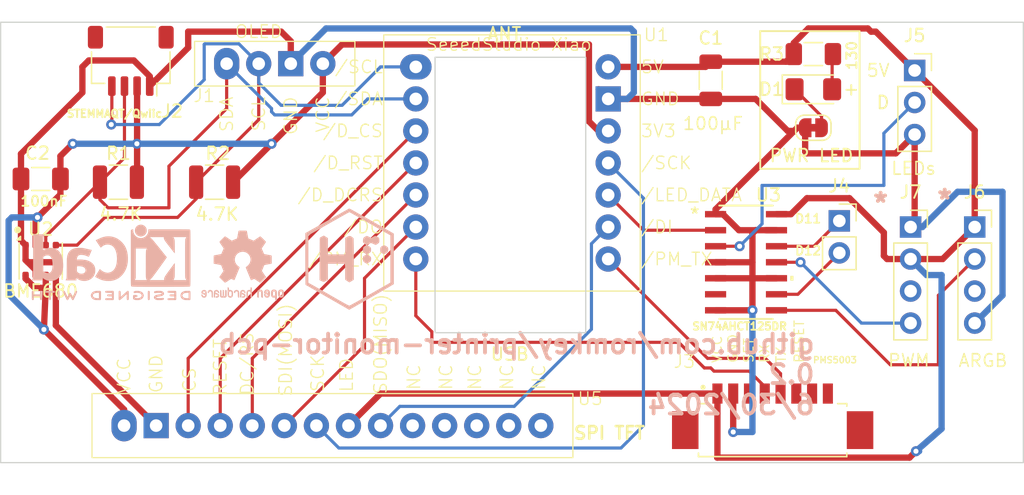
<source format=kicad_pcb>
(kicad_pcb (version 20240108) (generator "pcbnew") (generator_version "8.0")
  (layers (0 "F.Cu" signal) (31 "B.Cu" signal) (34 "B.Paste" user) (35 "F.Paste" user) (36 "B.SilkS" user "B.Silkscreen") (37 "F.SilkS" user "F.Silkscreen") (38 "B.Mask" user) (39 "F.Mask" user) (44 "Edge.Cuts" user))
  (net 0 "")
  (net 1 "+3.3V")
  (net 2 "GND")
  (net 3 "/SCL")
  (net 4 "/SDA")
  (net 5 "+5V")
  (net 6 "/PM_RX")
  (net 7 "/PM_TX")
  (net 8 "/LED_DATA")
  (net 9 "/D_CS")
  (net 10 "/D_DCRS")
  (net 11 "/D_RST")
  (net 12 "/SCK")
  (net 13 "/DI")
  (net 14 "/DO")
  (net 24 "Net-(D1-K)")
  (net 25 "Net-(D1-A)")
  (net 26 "/LED_DATA_5V")
  (net 27 "/FAN_ARGB_5V")
  (net 28 "/FAN_PWM_5V")
  (net 29 "/FAN_PWM")
  (net 30 "/FAN_ARGB")
  (footprint "Connector_PinSocket_2.54mm:PinSocket_1x02_P2.54mm_Vertical" (layer "F.Cu") (at 84.353 36.088)
    (property "Reference" "J4" (at 0 -2.77 0) (layer "F.SilkS"))
    (property "Value" "Conn_01x02_Pin" (hide yes))
    (pad "1" thru_hole rect (at 0 0) (size 1.7 1.7) (drill 1) (layers "*.Cu" "*.Mask") (net 29 "/FAN_PWM"))
    (pad "2" thru_hole oval (at 0 2.54) (size 1.7 1.7) (drill 1) (layers "*.Cu" "*.Mask") (net 30 "/FAN_ARGB"))
  )
  (footprint "LED_SMD:LED_1206_3216Metric_Pad1.42x1.75mm_HandSolder" (layer "F.Cu") (at 82.296 25.654)
    (property "Reference" "D1" (at -3.302001 -0.000001 0) (layer "F.SilkS"))
    (property "Value" "LED" (hide yes))
    (pad "1" smd roundrect (at -1.4875 0) (size 1.425 1.75) (layers "F.Cu" "F.Paste" "F.Mask") (roundrect_rratio 0.175439) (net 24 "Net-(D1-K)"))
    (pad "2" smd roundrect (at 1.4875 0) (size 1.425 1.75) (layers "F.Cu" "F.Paste" "F.Mask") (roundrect_rratio 0.175439) (net 25 "Net-(D1-A)"))
  )
  (footprint "1myFootprints:SN74HCT125DR" (layer "F.Cu") (at 76.962 39.37)
    (property "Reference" "U3" (at 1.778 -5.334 0) (layer "F.SilkS"))
    (property "Value" "SN74AHCT125DR" (at -0.508 5.08 0) (layer "F.SilkS") (effects (font (size 0.6 0.6) (thickness 0.15) (bold yes))))
    (fp_text user "*" (at -4.064 -3.81 0) (layer "F.SilkS"))
    (pad "1" smd rect (at -2.413 -3.81) (size 1.6764 0.508) (layers "F.Cu" "F.Paste" "F.Mask") (net 2 "GND"))
    (pad "2" smd rect (at -2.413 -2.54) (size 1.6764 0.508) (layers "F.Cu" "F.Paste" "F.Mask") (net 8 "/LED_DATA"))
    (pad "3" smd rect (at -2.413 -1.27) (size 1.6764 0.508) (layers "F.Cu" "F.Paste" "F.Mask") (net 26 "/LED_DATA_5V"))
    (pad "4" smd rect (at -2.413 0) (size 1.6764 0.508) (layers "F.Cu" "F.Paste" "F.Mask") (net 2 "GND"))
    (pad "5" smd rect (at -2.413 1.27) (size 1.6764 0.508) (layers "F.Cu" "F.Paste" "F.Mask") (net 2 "GND"))
    (pad "6" smd rect (at -2.413 2.54) (size 1.6764 0.508) (layers "F.Cu" "F.Paste" "F.Mask"))
    (pad "7" smd rect (at -2.413 3.81) (size 1.6764 0.508) (layers "F.Cu" "F.Paste" "F.Mask") (net 2 "GND"))
    (pad "8" smd rect (at 2.413 3.81) (size 1.6764 0.508) (layers "F.Cu" "F.Paste" "F.Mask") (net 27 "/FAN_ARGB_5V"))
    (pad "9" smd rect (at 2.413 2.54) (size 1.6764 0.508) (layers "F.Cu" "F.Paste" "F.Mask") (net 30 "/FAN_ARGB"))
    (pad "10" smd rect (at 2.413 1.27) (size 1.6764 0.508) (layers "F.Cu" "F.Paste" "F.Mask") (net 2 "GND"))
    (pad "11" smd rect (at 2.413 0) (size 1.6764 0.508) (layers "F.Cu" "F.Paste" "F.Mask") (net 28 "/FAN_PWM_5V"))
    (pad "12" smd rect (at 2.413 -1.27) (size 1.6764 0.508) (layers "F.Cu" "F.Paste" "F.Mask") (net 29 "/FAN_PWM"))
    (pad "13" smd rect (at 2.413 -2.54) (size 1.6764 0.508) (layers "F.Cu" "F.Paste" "F.Mask") (net 2 "GND"))
    (pad "14" smd rect (at 2.413 -3.81) (size 1.6764 0.508) (layers "F.Cu" "F.Paste" "F.Mask") (net 5 "+5V"))
  )
  (footprint "1myFootprints:Xiao ESP32S3" (layer "F.Cu") (at 48.26 21.336)
    (property "Reference" "U1" (at 21.59 0 0) (layer "F.SilkS") (effects (font (thickness 0.1))))
    (property "Value" "~" (hide yes))
    (fp_text user "/LED_DATA" (at 20.32 12.7 0) (layer "F.SilkS") (effects (font (thickness 0.1)) (justify left)))
    (fp_text user "/D_CS" (at 0 7.62 0) (layer "F.SilkS") (effects (font (thickness 0.1)) (justify right)))
    (fp_text user "/DI" (at 20.32 15.24 0) (layer "F.SilkS") (effects (font (thickness 0.1)) (justify left)))
    (fp_text user "/D_RST" (at 0 10.16 0) (layer "F.SilkS") (effects (font (thickness 0.1)) (justify right)))
    (fp_text user "/DO" (at 0 15.24 0) (layer "F.SilkS") (effects (font (thickness 0.1)) (justify right)))
    (fp_text user "/SCK" (at 20.32 10.16 0) (layer "F.SilkS") (effects (font (thickness 0.1)) (justify left)))
    (fp_text user "/D_DCRS" (at 0 12.7 0) (layer "F.SilkS") (effects (font (thickness 0.1)) (justify right)))
    (fp_text user "SeeedStudio Xiao" (at 9.906 0.762 0) (layer "F.SilkS") (effects (font (thickness 0.1))))
    (fp_text user "/SDA" (at 0 5.08 0) (layer "F.SilkS") (effects (font (thickness 0.1)) (justify right)))
    (fp_text user "5V" (at 20.32 2.54 0) (layer "F.SilkS") (effects (font (thickness 0.1)) (justify left)))
    (fp_text user "/PM_TX" (at 20.32 17.78 0) (layer "F.SilkS") (effects (font (thickness 0.1)) (justify left)))
    (fp_text user "3V3" (at 20.32 7.62 0) (layer "F.SilkS") (effects (font (thickness 0.1)) (justify left)))
    (fp_text user "/SCL" (at 0 2.54 0) (layer "F.SilkS") (effects (font (thickness 0.1)) (justify right)))
    (fp_text user "GND" (at 20.32 5.08 0) (layer "F.SilkS") (effects (font (thickness 0.1)) (justify left)))
    (fp_text user "/PM_RX" (at 0 17.78 0) (layer "F.SilkS") (effects (font (thickness 0.1)) (justify right)))
    (pad "1" thru_hole oval (at 2.54 2.54) (size 2.5 2) (drill 1) (layers "*.Cu" "*.Mask") (net 3 "/SCL"))
    (pad "2" thru_hole circle (at 2.54 5.08) (size 2 2) (drill 1) (layers "*.Cu" "*.Mask") (net 4 "/SDA"))
    (pad "3" thru_hole circle (at 2.54 7.62) (size 2 2) (drill 1) (layers "*.Cu" "*.Mask") (net 9 "/D_CS"))
    (pad "4" thru_hole circle (at 2.54 10.16) (size 2 2) (drill 1) (layers "*.Cu" "*.Mask") (net 11 "/D_RST"))
    (pad "5" thru_hole circle (at 2.54 12.7) (size 2 2) (drill 1) (layers "*.Cu" "*.Mask") (net 10 "/D_DCRS"))
    (pad "6" thru_hole circle (at 2.54 15.24) (size 2 2) (drill 1) (layers "*.Cu" "*.Mask") (net 14 "/DO"))
    (pad "7" thru_hole circle (at 2.54 17.78) (size 2 2) (drill 1) (layers "*.Cu" "*.Mask") (net 6 "/PM_RX"))
    (pad "8" thru_hole circle (at 17.78 17.78) (size 2 2) (drill 1) (layers "*.Cu" "*.Mask") (net 7 "/PM_TX"))
    (pad "9" thru_hole circle (at 17.78 15.24) (size 2 2) (drill 1) (layers "*.Cu" "*.Mask") (net 13 "/DI"))
    (pad "10" thru_hole circle (at 17.78 12.7) (size 2 2) (drill 1) (layers "*.Cu" "*.Mask") (net 8 "/LED_DATA"))
    (pad "11" thru_hole circle (at 17.78 10.16) (size 2 2) (drill 1) (layers "*.Cu" "*.Mask") (net 12 "/SCK"))
    (pad "12" thru_hole circle (at 17.78 7.62) (size 2 2) (drill 1) (layers "*.Cu" "*.Mask") (net 1 "+3.3V"))
    (pad "13" thru_hole rect (at 17.78 5.08) (size 2 2) (drill 1) (layers "*.Cu" "*.Mask") (net 2 "GND"))
    (pad "14" thru_hole circle (at 17.78 2.54) (size 2 2) (drill 1) (layers "*.Cu" "*.Mask") (net 5 "+5V"))
  )
  (footprint "Capacitor_SMD:C_1206_3216Metric_Pad1.33x1.80mm_HandSolder" (layer "F.Cu") (at 21.082 32.766 180)
    (property "Reference" "C2" (at 0.254 2.048 0) (layer "F.SilkS"))
    (property "Value" "100nF" (at -0.254 -1.762 0) (layer "F.SilkS") (effects (font (size 0.8 0.8))))
    (pad "1" smd roundrect (at -1.5625 0 180) (size 1.325 1.8) (layers "F.Cu" "F.Paste" "F.Mask") (roundrect_rratio 0.188679) (net 1 "+3.3V"))
    (pad "2" smd roundrect (at 1.5625 0 180) (size 1.325 1.8) (layers "F.Cu" "F.Paste" "F.Mask") (roundrect_rratio 0.188679) (net 2 "GND"))
  )
  (footprint "Connector_JST:JST_SH_SM04B-SRSS-TB_1x04-1MP_P1.00mm_Horizontal" (layer "F.Cu") (at 28.218 23.4 180)
    (property "Reference" "J2" (at -3.278 -3.98 180) (layer "F.SilkS"))
    (property "Value" "~")
    (pad "1" smd roundrect (at -1.5 -2 180) (size 0.6 1.55) (layers "F.Cu" "F.Paste" "F.Mask") (net 2 "GND"))
    (pad "2" smd roundrect (at -0.5 -2 180) (size 0.6 1.55) (layers "F.Cu" "F.Paste" "F.Mask") (net 1 "+3.3V"))
    (pad "3" smd roundrect (at 0.5 -2 180) (size 0.6 1.55) (layers "F.Cu" "F.Paste" "F.Mask") (net 4 "/SDA"))
    (pad "4" smd roundrect (at 1.5 -2 180) (size 0.6 1.55) (layers "F.Cu" "F.Paste" "F.Mask") (net 3 "/SCL"))
    (pad "MP" smd roundrect (at -2.8 1.875 180) (size 1.2 1.8) (layers "F.Cu" "F.Paste" "F.Mask") (roundrect_rratio 0.208333))
    (pad "MP" smd roundrect (at 2.8 1.875 180) (size 1.2 1.8) (layers "F.Cu" "F.Paste" "F.Mask") (roundrect_rratio 0.208333))
  )
  (footprint "1myFootprints:PMS5003 Connector" (layer "F.Cu") (at 79.676 57.574)
    (property "Reference" "J3" (at -7.6 -10.33 0) (layer "F.SilkS") (effects (font (thickness 0.1))))
    (property "Value" "~" (hide yes))
    (fp_text user "SET" (at -2.5 -10.16 90) (layer "F.SilkS") (effects (font (size 0.75 0.75) (thickness 0.1)) (justify left)))
    (fp_text user "PMS5003" (at 2.54 -10.16 0) (layer "F.SilkS") (effects (font (size 0.5 0.5) (thickness 0.1)) (justify left bottom)))
    (fp_text user "VCC" (at -5 -10.16 90) (layer "F.SilkS") (effects (font (size 0.75 0.75) (thickness 0.1)) (justify left)))
    (fp_text user "RX" (at -1.25 -10.16 90) (layer "F.SilkS") (effects (font (size 0.75 0.75) (thickness 0.1)) (justify left)))
    (fp_text user "RESET" (at 1.5 -10.16 90) (layer "F.SilkS") (effects (font (size 0.75 0.75) (thickness 0.1)) (justify left)))
    (fp_text user "GND" (at -3.75 -10.16 90) (layer "F.SilkS") (effects (font (size 0.75 0.75) (thickness 0.1)) (justify left)))
    (fp_text user "TX" (at 0.5 -10.16 90) (layer "F.SilkS") (effects (font (size 0.75 0.75) (thickness 0.1)) (justify left bottom)))
    (pad "1" smd rect (at -4.98 -7.79) (size 0.8 1.6) (layers "F.Cu" "F.Paste" "F.Mask") (net 5 "+5V"))
    (pad "2" smd rect (at -3.73 -7.79) (size 0.8 1.6) (layers "F.Cu" "F.Paste" "F.Mask") (net 2 "GND"))
    (pad "3" smd rect (at -2.48 -7.79) (size 0.8 1.6) (layers "F.Cu" "F.Paste" "F.Mask"))
    (pad "4" smd rect (at -1.23 -7.79) (size 0.8 1.6) (layers "F.Cu" "F.Paste" "F.Mask") (net 6 "/PM_RX"))
    (pad "5" smd rect (at 0.02 -7.79) (size 0.8 1.6) (layers "F.Cu" "F.Paste" "F.Mask") (net 7 "/PM_TX"))
    (pad "6" smd rect (at 1.27 -7.79) (size 0.8 1.6) (layers "F.Cu" "F.Paste" "F.Mask"))
    (pad "7" smd rect (at 2.52 -7.79) (size 0.8 1.6) (layers "F.Cu" "F.Paste" "F.Mask"))
    (pad "8" smd rect (at 3.77 -7.79) (size 0.8 1.6) (layers "F.Cu" "F.Paste" "F.Mask"))
    (pad "S1" smd rect (at -7.53 -4.89) (size 2.1 3) (layers "F.Cu" "F.Paste" "F.Mask"))
    (pad "S2" smd rect (at 6.32 -4.89) (size 2.1 3) (layers "F.Cu" "F.Paste" "F.Mask"))
  )
  (footprint "Package_LGA:Bosch_LGA-8_3x3mm_P0.8mm_ClockwisePinNumbering" (layer "F.Cu") (at 21.082 39.1985)
    (property "Reference" "U2" (at 0 -2.45 0) (layer "F.SilkS"))
    (property "Value" "BME680" (at 0 2.45 0) (layer "F.SilkS"))
    (pad "1" smd roundrect (at -1.2 -1.1875) (size 0.5 0.525) (layers "F.Cu" "F.Paste" "F.Mask") (net 2 "GND"))
    (pad "2" smd roundrect (at -0.4 -1.1875) (size 0.5 0.525) (layers "F.Cu" "F.Paste" "F.Mask") (net 1 "+3.3V"))
    (pad "3" smd roundrect (at 0.4 -1.1875) (size 0.5 0.525) (layers "F.Cu" "F.Paste" "F.Mask") (net 4 "/SDA"))
    (pad "4" smd roundrect (at 1.2 -1.1875) (size 0.5 0.525) (layers "F.Cu" "F.Paste" "F.Mask") (net 3 "/SCL"))
    (pad "5" smd roundrect (at 1.2 1.1875) (size 0.5 0.525) (layers "F.Cu" "F.Paste" "F.Mask") (net 2 "GND"))
    (pad "6" smd roundrect (at 0.4 1.1875) (size 0.5 0.525) (layers "F.Cu" "F.Paste" "F.Mask") (net 1 "+3.3V"))
    (pad "7" smd roundrect (at -0.4 1.1875) (size 0.5 0.525) (layers "F.Cu" "F.Paste" "F.Mask") (net 2 "GND"))
    (pad "8" smd roundrect (at -1.2 1.1875) (size 0.5 0.525) (layers "F.Cu" "F.Paste" "F.Mask") (net 1 "+3.3V"))
  )
  (footprint "Resistor_SMD:R_1210_3225Metric" (layer "F.Cu") (at 27.2395 33.02 180)
    (property "Reference" "R1" (at 0 2.286 0) (layer "F.SilkS"))
    (property "Value" "4.7K" (at -0.1925 -2.54 0) (layer "F.SilkS"))
    (pad "1" smd roundrect (at -1.4625 0 180) (size 1.125 2.65) (layers "F.Cu" "F.Paste" "F.Mask") (roundrect_rratio 0.222222) (net 1 "+3.3V"))
    (pad "2" smd roundrect (at 1.4625 0 180) (size 1.125 2.65) (layers "F.Cu" "F.Paste" "F.Mask") (roundrect_rratio 0.222222) (net 4 "/SDA"))
  )
  (footprint "Resistor_SMD:R_1210_3225Metric" (layer "F.Cu") (at 34.8595 33.02 180)
    (property "Reference" "R2" (at -0.254 2.286 0) (layer "F.SilkS"))
    (property "Value" "4.7K" (at -0.1925 -2.54 0) (layer "F.SilkS"))
    (pad "1" smd roundrect (at -1.4625 0 180) (size 1.125 2.65) (layers "F.Cu" "F.Paste" "F.Mask") (roundrect_rratio 0.222222) (net 1 "+3.3V"))
    (pad "2" smd roundrect (at 1.4625 0 180) (size 1.125 2.65) (layers "F.Cu" "F.Paste" "F.Mask") (roundrect_rratio 0.222222) (net 3 "/SCL"))
  )
  (footprint "MountingHole:MountingHole_2.7mm_M2.5" (layer "F.Cu") (at 21.082 23.384)
    (property "Reference" "H1" (hide yes))
    (property "Value" "MountingHole" (hide yes))
    (pad "" np_thru_hole circle (at 0 0) (size 2.7 2.7) (drill 2.7) (layers "*.Cu" "*.Mask"))
  )
  (footprint "Jumper:SolderJumper-2_P1.3mm_Bridged_RoundedPad1.0x1.5mm" (layer "F.Cu") (at 82.296 28.702 180)
    (property "Reference" "U4" (hide yes))
    (property "Value" "~" (hide yes))
    (fp_poly (pts (xy 0.25 -0.3) (xy -0.25 -0.3) (xy -0.25 0.3) (xy 0.25 0.3)) (fill solid) (layer "F.Cu"))
    (pad "1" smd custom (at -0.65 0 180) (size 1 0.5) (layers "F.Cu" "F.Mask") (net 24 "Net-(D1-K)") (options (clearance outline) (anchor rect)) (primitives (gr_circle (center 0 0.25) (end 0.5 0.25) (width 0) (fill yes)) (gr_circle (center 0 -0.25) (end 0.5 -0.25) (width 0) (fill yes)) (gr_poly (pts (xy 0.5 0.75) (xy 0 0.75) (xy 0 -0.75) (xy 0.5 -0.75)) (width 0) (fill yes))))
    (pad "2" smd custom (at 0.65 0 180) (size 1 0.5) (layers "F.Cu" "F.Mask") (net 2 "GND") (options (clearance outline) (anchor rect)) (primitives (gr_circle (center 0 0.25) (end 0.5 0.25) (width 0) (fill yes)) (gr_circle (center 0 -0.25) (end 0.5 -0.25) (width 0) (fill yes)) (gr_poly (pts (xy 0 0.75) (xy -0.5 0.75) (xy -0.5 -0.75) (xy 0 -0.75)) (width 0) (fill yes))))
  )
  (footprint "Connector_PinSocket_2.54mm:PinSocket_1x04_P2.54mm_Vertical" (layer "F.Cu") (at 90 36.576)
    (property "Reference" "J7" (at 0 -2.77 0) (layer "F.SilkS"))
    (property "Value" "Conn_01x04" (hide yes))
    (pad "1" thru_hole rect (at 0 0) (size 1.7 1.7) (drill 1) (layers "*.Cu" "*.Mask") (net 2 "GND"))
    (pad "2" thru_hole oval (at 0 2.54) (size 1.7 1.7) (drill 1) (layers "*.Cu" "*.Mask") (net 5 "+5V"))
    (pad "3" thru_hole oval (at 0 5.08) (size 1.7 1.7) (drill 1) (layers "*.Cu" "*.Mask"))
    (pad "4" thru_hole oval (at 0 7.62) (size 1.7 1.7) (drill 1) (layers "*.Cu" "*.Mask") (net 28 "/FAN_PWM_5V"))
  )
  (footprint "Capacitor_SMD:C_1206_3216Metric" (layer "F.Cu") (at 74.168 24.941 -90)
    (property "Reference" "C1" (at -3.351 0 0) (layer "F.SilkS"))
    (property "Value" "100µF" (hide yes))
    (pad "1" smd roundrect (at -1.475 0 270) (size 1.15 1.8) (layers "F.Cu" "F.Paste" "F.Mask") (roundrect_rratio 0.217391) (net 5 "+5V"))
    (pad "2" smd roundrect (at 1.475 0 270) (size 1.15 1.8) (layers "F.Cu" "F.Paste" "F.Mask") (roundrect_rratio 0.217391) (net 2 "GND"))
  )
  (footprint "Connector_PinSocket_2.54mm:PinSocket_1x04_P2.54mm_Vertical" (layer "F.Cu") (at 95.08 36.576)
    (property "Reference" "J6" (at 0 -2.77 0) (layer "F.SilkS"))
    (property "Value" "Conn_01x04" (hide yes))
    (pad "1" thru_hole rect (at 0 0) (size 1.7 1.7) (drill 1) (layers "*.Cu" "*.Mask") (net 5 "+5V"))
    (pad "2" thru_hole oval (at 0 2.54) (size 1.7 1.7) (drill 1) (layers "*.Cu" "*.Mask") (net 27 "/FAN_ARGB_5V"))
    (pad "3" thru_hole oval (at 0 5.08) (size 1.7 1.7) (drill 1) (layers "*.Cu" "*.Mask"))
    (pad "4" thru_hole oval (at 0 7.62) (size 1.7 1.7) (drill 1) (layers "*.Cu" "*.Mask") (net 2 "GND"))
  )
  (footprint "1myFootprints:SPI_TFT_TOUCH" (layer "F.Cu") (at 63.246 49.784 90)
    (property "Reference" "U5" (at -0.408 1.37 0) (layer "F.SilkS") (effects (font (thickness 0.1))))
    (property "Value" "~" (hide yes))
    (fp_text user "LED" (at 2.894 -17.934 90) (layer "F.SilkS") (effects (font (thickness 0.1)) (justify right)))
    (fp_text user "RESET" (at 4.418 -27.94 90) (layer "F.SilkS") (effects (font (thickness 0.1)) (justify right)))
    (fp_text user "GND" (at 3.148 -33.02 90) (layer "F.SilkS") (effects (font (thickness 0.1)) (justify right)))
    (fp_text user "CS" (at 2.132 -30.38 90) (layer "F.SilkS") (effects (font (thickness 0.1)) (justify right)))
    (fp_text user "VCC" (at 2.894 -35.56 90) (layer "F.SilkS") (effects (font (thickness 0.1)) (justify right)))
    (fp_text user "SDI(MOSI)" (at 7.212 -22.76 90) (layer "F.SilkS") (effects (font (thickness 0.1)) (justify right)))
    (fp_text user "SCK" (at 3.148 -20.22 90) (layer "F.SilkS") (effects (font (thickness 0.1)) (justify right)))
    (fp_text user "SDO(MISO)" (at 7.974 -15.24 90) (layer "F.SilkS") (effects (font (thickness 0.1)) (justify right)))
    (fp_text user "DC/RS" (at 4.926 -25.808 90) (layer "F.SilkS") (effects (font (thickness 0.1)) (justify right)))
    (pad "1" thru_hole oval (at -2.54 -35.56 90) (size 2.5 2) (drill 1) (layers "*.Cu" "*.Mask") (net 1 "+3.3V"))
    (pad "2" thru_hole rect (at -2.54 -33.02 90) (size 2 2) (drill 1) (layers "*.Cu" "*.Mask") (net 2 "GND"))
    (pad "3" thru_hole circle (at -2.54 -30.48 90) (size 2 2) (drill 1) (layers "*.Cu" "*.Mask") (net 9 "/D_CS"))
    (pad "4" thru_hole circle (at -2.54 -27.94 90) (size 2 2) (drill 1) (layers "*.Cu" "*.Mask") (net 11 "/D_RST"))
    (pad "5" thru_hole circle (at -2.54 -25.4 90) (size 2 2) (drill 1) (layers "*.Cu" "*.Mask") (net 10 "/D_DCRS"))
    (pad "6" thru_hole circle (at -2.54 -22.86 90) (size 2 2) (drill 1) (layers "*.Cu" "*.Mask") (net 14 "/DO"))
    (pad "7" thru_hole circle (at -2.54 -20.32 90) (size 2 2) (drill 1) (layers "*.Cu" "*.Mask") (net 12 "/SCK"))
    (pad "8" thru_hole circle (at -2.54 -17.78 90) (size 2 2) (drill 1) (layers "*.Cu" "*.Mask") (net 5 "+5V"))
    (pad "9" thru_hole circle (at -2.54 -15.24 90) (size 2 2) (drill 1) (layers "*.Cu" "*.Mask") (net 13 "/DI"))
    (pad "10" thru_hole circle (at -2.54 -12.7 90) (size 2 2) (drill 1) (layers "*.Cu" "*.Mask"))
    (pad "11" thru_hole circle (at -2.54 -10.16 90) (size 2 2) (drill 1) (layers "*.Cu" "*.Mask"))
    (pad "12" thru_hole circle (at -2.54 -7.62 90) (size 2 2) (drill 1) (layers "*.Cu" "*.Mask"))
    (pad "13" thru_hole circle (at -2.54 -5.08 90) (size 2 2) (drill 1) (layers "*.Cu" "*.Mask"))
    (pad "14" thru_hole circle (at -2.54 -2.54 90) (size 2 2) (drill 1) (layers "*.Cu" "*.Mask"))
  )
  (footprint "MountingHole:MountingHole_2.7mm_M2.5" (layer "F.Cu") (at 96.012 52.34)
    (property "Reference" "H4" (hide yes))
    (property "Value" "MountingHole" (hide yes))
    (pad "" np_thru_hole circle (at 0 0) (size 2.7 2.7) (drill 2.7) (layers "*.Cu" "*.Mask"))
  )
  (footprint "Resistor_SMD:R_1206_3216Metric_Pad1.30x1.75mm_HandSolder" (layer "F.Cu") (at 82.296 22.86)
    (property "Reference" "R3" (at -3.302 0 0) (layer "F.SilkS"))
    (property "Value" "130" (at 3.048 0.112 90) (layer "F.SilkS") (effects (font (size 0.8 0.8))))
    (pad "1" smd roundrect (at -1.55 0) (size 1.3 1.75) (layers "F.Cu" "F.Paste" "F.Mask") (roundrect_rratio 0.192308) (net 5 "+5V"))
    (pad "2" smd roundrect (at 1.55 0) (size 1.3 1.75) (layers "F.Cu" "F.Paste" "F.Mask") (roundrect_rratio 0.192308) (net 25 "Net-(D1-A)"))
  )
  (footprint "MountingHole:MountingHole_2.7mm_M2.5" (layer "F.Cu") (at 21.082 52.086)
    (property "Reference" "H3" (hide yes))
    (property "Value" "MountingHole" (hide yes))
    (pad "" np_thru_hole circle (at 0 0) (size 2.7 2.7) (drill 2.7) (layers "*.Cu" "*.Mask"))
  )
  (footprint "MountingHole:MountingHole_2.7mm_M2.5" (layer "F.Cu") (at 96.012 23.384)
    (property "Reference" "H2" (hide yes))
    (property "Value" "MountingHole" (hide yes))
    (pad "" np_thru_hole circle (at 0 0) (size 2.7 2.7) (drill 2.7) (layers "*.Cu" "*.Mask"))
  )
  (footprint "Connector_PinSocket_2.54mm:PinSocket_1x03_P2.54mm_Vertical" (layer "F.Cu") (at 90.322 24.161)
    (property "Reference" "J5" (at 0 -2.77 0) (layer "F.SilkS"))
    (property "Value" "Conn_01x03" (hide yes))
    (pad "1" thru_hole rect (at 0 0) (size 1.7 1.7) (drill 1) (layers "*.Cu" "*.Mask") (net 5 "+5V"))
    (pad "2" thru_hole oval (at 0 2.54) (size 1.7 1.7) (drill 1) (layers "*.Cu" "*.Mask") (net 26 "/LED_DATA_5V"))
    (pad "3" thru_hole oval (at 0 5.08) (size 1.7 1.7) (drill 1) (layers "*.Cu" "*.Mask") (net 2 "GND"))
  )
  (footprint "1myFootprints:Generic I2C OLED" (layer "F.Cu") (at 48.514 23.622 90)
    (property "Reference" "J1" (at -2.54 -14.478 0) (layer "F.SilkS") (effects (font (thickness 0.1))))
    (property "Value" "~" (hide yes))
    (fp_text user "SDA" (at -2.54 -12.7 90) (layer "F.SilkS") (effects (font (thickness 0.1)) (justify right)))
    (fp_text user "GND" (at -2.54 -7.62 90) (layer "F.SilkS") (effects (font (thickness 0.1)) (justify right)))
    (fp_text user "OLED" (at 2.54 -10.16 0) (layer "F.SilkS") (effects (font (thickness 0.1))))
    (fp_text user "VCC" (at -2.54 -5.08 90) (layer "F.SilkS") (effects (font (thickness 0.1)) (justify right)))
    (fp_text user "SCL" (at -2.54 -10.16 90) (layer "F.SilkS") (effects (font (thickness 0.1)) (justify right)))
    (pad "1" thru_hole oval (at 0 -12.7 90) (size 2.5 2) (drill 1) (layers "*.Cu" "*.Mask") (net 4 "/SDA"))
    (pad "2" thru_hole circle (at 0 -10.16 90) (size 2 2) (drill 1) (layers "*.Cu" "*.Mask") (net 3 "/SCL"))
    (pad "3" thru_hole rect (at 0 -7.62 90) (size 2 2) (drill 1) (layers "*.Cu" "*.Mask") (net 2 "GND"))
    (pad "4" thru_hole circle (at 0 -5.08 90) (size 2 2) (drill 1) (layers "*.Cu" "*.Mask") (net 1 "+3.3V"))
  )
  (footprint "1myFootprints:CTRLH Logo" (layer "B.Cu") (at 45.72 39.116 180)
    (property "Reference" "REF**" (hide yes))
    (property "Value" "CTRLH Logo" (hide yes))
  )
  (footprint "Symbol:KiCad-Logo2_5mm_SilkScreen" (layer "B.Cu") (at 26.67 39.37 180)
    (property "Reference" "REF**" (hide yes))
    (property "Value" "KiCad-Logo2_5mm_SilkScreen" (hide yes))
  )
  (footprint "1myFootprints:OSHW-Logo2_7.3x6mm_SilkScreen" (layer "B.Cu") (at 37.084 39.624 180)
    (property "Reference" "REF**" (hide yes))
    (property "Value" "OSHW-Logo2_7.3x6mm_SilkScreen" (hide yes))
  )
  (gr_circle (center 19.261 36.8045) (end 19.461 36.8045) (stroke (width 0.15)) (fill solid) (layer "F.SilkS"))
  (gr_rect (start 78.086 21.039) (end 85.96 31.961) (stroke (width 0.15)) (fill none) (layer "F.SilkS"))
  (gr_rect (start 52.324 23.114) (end 64.262 44.958) (stroke (width 0.1)) (fill none) (layer "Edge.Cuts"))
  (gr_rect (start 17.907 20.336) (end 98.933 55.261) (stroke (width 0.1)) (fill none) (layer "Edge.Cuts"))
  (gr_text "*" (at 88.392 35.56 0) (layer "B.SilkS") (effects (font (size 1.5 1.5) (thickness 0.3) (bold yes)) (justify left bottom mirror)))
  (gr_text "github.com/romkey/printer-monitor-pcb\n0.2\n6/30/2024" (at 82.55 51.562 0) (layer "B.SilkS") (effects (font (size 1.5 1.5) (thickness 0.3) (bold yes)) (justify left bottom mirror)))
  (gr_text "*" (at 93.472 35.306 0) (layer "B.SilkS") (effects (font (size 1.5 1.5) (thickness 0.3) (bold yes)) (justify left bottom mirror)))
  (gr_text "PWM" (at 88.138 47.752 0) (layer "F.SilkS") (effects (font (size 1 1) (thickness 0.125)) (justify left bottom)))
  (gr_text "D11" (at 80.772 36.322 0) (layer "F.SilkS") (effects (font (size 0.7 0.7) (thickness 0.14) (bold yes)) (justify left bottom)))
  (gr_text "SPI TFT" (at 66.14 53.494 0) (layer "F.SilkS") (effects (font (size 1 1) (thickness 0.2) (bold yes)) (justify bottom)))
  (gr_text "NC" (at 53.186 47.398 90) (layer "F.SilkS") (effects (font (size 1 1) (thickness 0.1)) (justify right)))
  (gr_text "*" (at 93.472 35.306 0) (layer "F.SilkS") (effects (font (size 1.5 1.5) (thickness 0.3) (bold yes)) (justify left bottom mirror)))
  (gr_text "PWR LED" (at 78.74 31.496 0) (layer "F.SilkS") (effects (font (size 1 1)) (justify left bottom)))
  (gr_text "5V" (at 88.417 24.161 0) (layer "F.SilkS") (effects (font (size 1 1) (thickness 0.125)) (justify right)))
  (gr_text "LEDs" (at 88.392 32.512 0) (layer "F.SilkS") (effects (font (size 1 1) (thickness 0.125)) (justify left bottom)))
  (gr_text "ARGB" (at 93.726 47.752 0) (layer "F.SilkS") (effects (font (size 1 1) (thickness 0.125)) (justify left bottom)))
  (gr_text "+" (at 85.809 26.416 90) (layer "F.SilkS") (effects (font (size 1 1)) (justify left bottom)))
  (gr_text "USB" (at 56.642 47.244 0) (layer "F.SilkS") (effects (font (size 1 1)) (justify left bottom)))
  (gr_text "D" (at 88.417 26.701 0) (layer "F.SilkS") (effects (font (size 1 1)) (justify right)))
  (gr_text "*" (at 88.392 35.56 0) (layer "F.SilkS") (effects (font (size 1.5 1.5) (thickness 0.3) (bold yes)) (justify left bottom mirror)))
  (gr_text "NC" (at 55.472 47.398 90) (layer "F.SilkS") (effects (font (size 1 1) (thickness 0.1)) (justify right)))
  (gr_text "STEMMAQT/Qwiic" (at 26.924 27.94 0) (layer "F.SilkS") (effects (font (size 0.6 0.6)) (justify bottom)))
  (gr_text "100µF" (at 71.882 28.956 0) (layer "F.SilkS") (effects (font (size 1 1) (thickness 0.125)) (justify left bottom)))
  (gr_text "ANT" (at 56.388 21.844 0) (layer "F.SilkS") (effects (font (size 1 1)) (justify left bottom)))
  (gr_text "NC" (at 50.646 47.398 90) (layer "F.SilkS") (effects (font (size 1 1) (thickness 0.1)) (justify right)))
  (gr_text "NC" (at 58.012 47.398 90) (layer "F.SilkS") (effects (font (size 1 1) (thickness 0.1)) (justify right)))
  (gr_text "NC" (at 60.552 47.398 90) (layer "F.SilkS") (effects (font (size 1 1) (thickness 0.1)) (justify right)))
  (gr_text "D12" (at 80.772 38.862 0) (layer "F.SilkS") (effects (font (size 0.7 0.7) (thickness 0.14) (bold yes)) (justify left bottom)))
  (segment (start 65.278 28.956) (end 64.516 28.194) (width 0.5) (layer "F.Cu") (net 1))
  (segment (start 21.336 44.704) (end 21.482 44.85) (width 0.5) (layer "F.Cu") (net 1))
  (segment (start 27.686 51.054) (end 27.686 52.324) (width 0.5) (layer "F.Cu") (net 1))
  (segment (start 22.6445 30.9495) (end 23.622 29.972) (width 0.5) (layer "F.Cu") (net 1))
  (segment (start 20.828 35.814) (end 20.682 35.96) (width 0.5) (layer "F.Cu") (net 1))
  (segment (start 21.482 41.402) (end 21.336 44.704) (width 0.5) (layer "F.Cu") (net 1))
  (segment (start 28.718 33.004) (end 28.702 33.02) (width 0.5) (layer "F.Cu") (net 1))
  (segment (start 66.04 28.956) (end 65.278 28.956) (width 0.5) (layer "F.Cu") (net 1))
  (segment (start 64.516 28.194) (end 64.516 22.098) (width 0.5) (layer "F.Cu") (net 1))
  (segment (start 19.882 40.386) (end 19.882 40.665138) (width 0.5) (layer "F.Cu") (net 1))
  (segment (start 43.434 25.908) (end 39.37 29.972) (width 0.5) (layer "F.Cu") (net 1))
  (segment (start 21.482 44.85) (end 27.686 51.054) (width 0.5) (layer "F.Cu") (net 1))
  (segment (start 20.682 35.96) (end 20.682 38.011) (width 0.5) (layer "F.Cu") (net 1))
  (segment (start 43.434 23.622) (end 43.434 25.908) (width 0.5) (layer "F.Cu") (net 1))
  (segment (start 28.702 29.972) (end 28.718 29.988) (width 0.5) (layer "F.Cu") (net 1))
  (segment (start 44.958 22.098) (end 43.434 23.622) (width 0.5) (layer "F.Cu") (net 1))
  (segment (start 28.718 29.988) (end 28.718 33.004) (width 0.5) (layer "F.Cu") (net 1))
  (segment (start 19.882 40.665138) (end 20.618862 41.402) (width 0.5) (layer "F.Cu") (net 1))
  (segment (start 22.6445 33.9975) (end 20.828 35.814) (width 0.5) (layer "F.Cu") (net 1))
  (segment (start 28.718 29.956) (end 28.702 29.972) (width 0.5) (layer "F.Cu") (net 1))
  (segment (start 21.482 40.386) (end 21.482 41.402) (width 0.5) (layer "F.Cu") (net 1))
  (segment (start 22.6445 32.766) (end 22.6445 30.9495) (width 0.5) (layer "F.Cu") (net 1))
  (segment (start 20.618862 41.402) (end 21.482 41.402) (width 0.5) (layer "F.Cu") (net 1))
  (segment (start 39.37 29.972) (end 36.322 33.02) (width 0.5) (layer "F.Cu") (net 1))
  (segment (start 22.6445 32.766) (end 22.6445 33.9975) (width 0.5) (layer "F.Cu") (net 1))
  (segment (start 64.516 22.098) (end 44.958 22.098) (width 0.5) (layer "F.Cu") (net 1))
  (segment (start 28.718 25.4) (end 28.718 29.956) (width 0.5) (layer "F.Cu") (net 1))
  (via (at 23.622 29.972) (size 0.8) (drill 0.4) (layers "F.Cu" "B.Cu") (net 1))
  (via (at 39.37 29.972) (size 0.8) (drill 0.4) (layers "F.Cu" "B.Cu") (net 1))
  (via (at 20.828 35.814) (size 0.8) (drill 0.4) (layers "F.Cu" "B.Cu") (net 1))
  (via (at 21.336 44.704) (size 0.8) (drill 0.4) (layers "F.Cu" "B.Cu") (net 1))
  (via (at 28.702 29.972) (size 0.8) (drill 0.4) (layers "F.Cu" "B.Cu") (net 1))
  (segment (start 23.622 29.972) (end 28.702 29.972) (width 0.5) (layer "B.Cu") (net 1))
  (segment (start 18.542 36.068) (end 18.542 41.91) (width 0.5) (layer "B.Cu") (net 1))
  (segment (start 20.828 35.814) (end 18.796 35.814) (width 0.5) (layer "B.Cu") (net 1))
  (segment (start 18.796 35.814) (end 18.542 36.068) (width 0.5) (layer "B.Cu") (net 1))
  (segment (start 28.702 29.972) (end 39.37 29.972) (width 0.5) (layer "B.Cu") (net 1))
  (segment (start 18.542 41.91) (end 21.336 44.704) (width 0.5) (layer "B.Cu") (net 1))
  (segment (start 22.282 44.38) (end 30.226 52.324) (width 0.5) (layer "F.Cu") (net 2))
  (segment (start 77.47 39.37) (end 77.47 40.64) (width 0.5) (layer "F.Cu") (net 2))
  (segment (start 75.946 49.784) (end 75.946 52.832) (width 0.5) (layer "F.Cu") (net 2))
  (segment (start 77.47 40.64) (end 77.47 43.18) (width 0.5) (layer "F.Cu") (net 2))
  (segment (start 40.894 23.622) (end 40.894 21.844) (width 0.5) (layer "F.Cu") (net 2))
  (segment (start 32.766 22.352) (end 29.718 25.4) (width 0.5) (layer "F.Cu") (net 2))
  (segment (start 74.549 35.56) (end 75.1332 35.56) (width 0.5) (layer "F.Cu") (net 2))
  (segment (start 74.168 26.416) (end 77.724 26.416) (width 0.5) (layer "F.Cu") (net 2))
  (segment (start 76.4032 36.83) (end 77.724 36.83) (width 0.5) (layer "F.Cu") (net 2))
  (segment (start 40.894 21.844) (end 40.132 21.082) (width 0.5) (layer "F.Cu") (net 2))
  (segment (start 77.724 26.416) (end 80.264 28.956) (width 0.5) (layer "F.Cu") (net 2))
  (segment (start 19.5195 30.7725) (end 19.5195 32.766) (width 0.5) (layer "F.Cu") (net 2))
  (segment (start 22.282 39.44) (end 22.282 40.386) (width 0.5) (layer "F.Cu") (net 2))
  (segment (start 77.47 40.64) (end 79.375 40.64) (width 0.5) (layer "F.Cu") (net 2))
  (segment (start 19.5195 32.766) (end 19.5195 37.6485) (width 0.5) (layer "F.Cu") (net 2))
  (segment (start 77.47 37.084) (end 77.724 36.83) (width 0.5) (layer "F.Cu") (net 2))
  (segment (start 81.646 30.592) (end 81.788 30.734) (width 0.5) (layer "F.Cu") (net 2))
  (segment (start 32.766 21.082) (end 32.766 22.352) (width 0.5) (layer "F.Cu") (net 2))
  (segment (start 40.132 21.082) (end 32.766 21.082) (width 0.5) (layer "F.Cu") (net 2))
  (segment (start 75.1332 35.56) (end 76.4032 36.83) (width 0.5) (layer "F.Cu") (net 2))
  (segment (start 77.47 43.18) (end 74.549 43.18) (width 0.5) (layer "F.Cu") (net 2))
  (segment (start 28.460999 23.368) (end 24.892 23.368) (width 0.5) (layer "F.Cu") (net 2))
  (segment (start 20.682 39.986) (end 20.682 40.386) (width 0.5) (layer "F.Cu") (net 2))
  (segment (start 90.322 29.241) (end 90.322 36.254) (width 0.5) (layer "F.Cu") (net 2))
  (segment (start 81.788 30.734) (end 88.829 30.734) (width 0.5) (layer "F.Cu") (net 2))
  (segment (start 74.549 40.64) (end 77.47 40.64) (width 0.5) (layer "F.Cu") (net 2))
  (segment (start 29.718 24.625001) (end 28.460999 23.368) (width 0.5) (layer "F.Cu") (net 2))
  (segment (start 19.5195 37.6485) (end 19.882 38.011) (width 0.5) (layer "F.Cu") (net 2))
  (segment (start 19.882 39.186) (end 20.066 39.37) (width 0.5) (layer "F.Cu") (net 2))
  (segment (start 66.04 26.416) (end 65.278 25.654) (width 0.5) (layer "F.Cu") (net 2))
  (segment (start 74.549 39.37) (end 77.47 39.37) (width 0.5) (layer "F.Cu") (net 2))
  (segment (start 81.646 28.702) (end 81.646 30.592) (width 0.5) (layer "F.Cu") (net 2))
  (segment (start 80.772 28.956) (end 81.026 28.702) (width 0.5) (layer "F.Cu") (net 2))
  (segment (start 90.322 36.254) (end 90 36.576) (width 0.5) (layer "F.Cu") (net 2))
  (segment (start 29.718 25.4) (end 29.718 24.625001) (width 0.5) (layer "F.Cu") (net 2))
  (segment (start 88.829 30.734) (end 90.322 29.241) (width 0.5) (layer "F.Cu") (net 2))
  (segment (start 19.882 39.186) (end 20.682 39.986) (width 0.5) (layer "F.Cu") (net 2))
  (segment (start 80.264 28.956) (end 80.772 28.956) (width 0.5) (layer "F.Cu") (net 2))
  (segment (start 81.026 28.702) (end 81.646 28.702) (width 0.5) (layer "F.Cu") (net 2))
  (segment (start 22.282 40.386) (end 22.282 44.38) (width 0.5) (layer "F.Cu") (net 2))
  (segment (start 80.772 28.956) (end 74.549 35.179) (width 0.5) (layer "F.Cu") (net 2))
  (segment (start 77.47 39.37) (end 77.47 37.084) (width 0.5) (layer "F.Cu") (net 2))
  (segment (start 74.549 35.179) (end 74.549 35.56) (width 0.5) (layer "F.Cu") (net 2))
  (segment (start 77.724 36.83) (end 78.486 36.83) (width 0.5) (layer "F.Cu") (net 2))
  (segment (start 66.04 26.416) (end 74.168 26.416) (width 0.5) (layer "F.Cu") (net 2))
  (segment (start 24.384 23.876) (end 24.384 25.908) (width 0.5) (layer "F.Cu") (net 2))
  (segment (start 24.892 23.368) (end 24.384 23.876) (width 0.5) (layer "F.Cu") (net 2))
  (segment (start 20.066 39.37) (end 22.352 39.37) (width 0.5) (layer "F.Cu") (net 2))
  (segment (start 78.486 36.83) (end 79.375 36.83) (width 0.5) (layer "F.Cu") (net 2))
  (segment (start 19.882 38.011) (end 19.882 39.186) (width 0.5) (layer "F.Cu") (net 2))
  (segment (start 24.384 25.908) (end 19.5195 30.7725) (width 0.5) (layer "F.Cu") (net 2))
  (segment (start 22.352 39.37) (end 22.282 39.44) (width 0.5) (layer "F.Cu") (net 2))
  (via (at 75.946 52.832) (size 0.8) (drill 0.4) (layers "F.Cu" "B.Cu") (net 2))
  (via (at 77.47 43.18) (size 0.8) (drill 0.4) (layers "F.Cu" "B.Cu") (net 2))
  (segment (start 77.47 43.18) (end 77.47 52.832) (width 0.5) (layer "B.Cu") (net 2))
  (segment (start 68.072 25.908) (end 68.072 21.082) (width 0.5) (layer "B.Cu") (net 2))
  (segment (start 43.688 20.828) (end 40.894 23.622) (width 0.5) (layer "B.Cu") (net 2))
  (segment (start 93.726 33.782) (end 97.282 33.782) (width 0.5) (layer "B.Cu") (net 2))
  (segment (start 90 36.576) (end 90.932 36.576) (width 0.5) (layer "B.Cu") (net 2))
  (segment (start 66.04 26.416) (end 67.564 26.416) (width 0.5) (layer "B.Cu") (net 2))
  (segment (start 67.564 26.416) (end 68.072 25.908) (width 0.5) (layer "B.Cu") (net 2))
  (segment (start 97.282 33.782) (end 97.282 41.994) (width 0.5) (layer "B.Cu") (net 2))
  (segment (start 90.932 36.576) (end 93.726 33.782) (width 0.5) (layer "B.Cu") (net 2))
  (segment (start 97.282 41.994) (end 95.08 44.196) (width 0.5) (layer "B.Cu") (net 2))
  (segment (start 75.946 52.832) (end 77.47 52.832) (width 0.5) (layer "B.Cu") (net 2))
  (segment (start 67.818 20.828) (end 43.688 20.828) (width 0.5) (layer "B.Cu") (net 2))
  (segment (start 68.072 21.082) (end 67.818 20.828) (width 0.5) (layer "B.Cu") (net 2))
  (segment (start 31.928 35.814) (end 26.162 35.814) (width 0.25) (layer "F.Cu") (net 3))
  (segment (start 38.354 23.622) (end 38.354 28.063) (width 0.25) (layer "F.Cu") (net 3))
  (segment (start 23.965 38.011) (end 22.282 38.011) (width 0.25) (layer "F.Cu") (net 3))
  (segment (start 26.162 35.814) (end 23.965 38.011) (width 0.25) (layer "F.Cu") (net 3))
  (segment (start 33.397 33.02) (end 33.397 34.345) (width 0.25) (layer "F.Cu") (net 3))
  (segment (start 26.718 25.4) (end 26.718 28.4) (width 0.25) (layer "F.Cu") (net 3))
  (segment (start 26.718 28.4) (end 26.67 28.448) (width 0.25) (layer "F.Cu") (net 3))
  (segment (start 33.397 34.345) (end 31.928 35.814) (width 0.25) (layer "F.Cu") (net 3))
  (segment (start 38.354 28.063) (end 33.397 33.02) (width 0.25) (layer "F.Cu") (net 3))
  (via (at 26.67 28.448) (size 0.8) (drill 0.4) (layers "F.Cu" "B.Cu") (net 3))
  (segment (start 38.354 23.622) (end 36.779 22.047) (width 0.25) (layer "B.Cu") (net 3))
  (segment (start 50.8 23.876) (end 48.006 23.876) (width 0.25) (layer "B.Cu") (net 3))
  (segment (start 34.036 22.098) (end 34.036 24.892) (width 0.25) (layer "B.Cu") (net 3))
  (segment (start 44.958 26.924) (end 40.132 26.924) (width 0.25) (layer "B.Cu") (net 3))
  (segment (start 36.779 22.047) (end 34.087 22.047) (width 0.25) (layer "B.Cu") (net 3))
  (segment (start 34.036 24.892) (end 30.48 28.448) (width 0.25) (layer "B.Cu") (net 3))
  (segment (start 38.354 25.146) (end 38.354 23.622) (width 0.25) (layer "B.Cu") (net 3))
  (segment (start 30.48 28.448) (end 26.67 28.448) (width 0.25) (layer "B.Cu") (net 3))
  (segment (start 34.087 22.047) (end 34.036 22.098) (width 0.25) (layer "B.Cu") (net 3))
  (segment (start 40.132 26.924) (end 38.354 25.146) (width 0.25) (layer "B.Cu") (net 3))
  (segment (start 48.006 23.876) (end 44.958 26.924) (width 0.25) (layer "B.Cu") (net 3))
  (segment (start 25.777 33.02) (end 21.482 37.315) (width 0.25) (layer "F.Cu") (net 4))
  (segment (start 26.416 35.052) (end 25.777 34.413) (width 0.25) (layer "F.Cu") (net 4))
  (segment (start 27.718 31.079) (end 27.718 25.4) (width 0.25) (layer "F.Cu") (net 4))
  (segment (start 35.814 27.178) (end 31.242 31.75) (width 0.25) (layer "F.Cu") (net 4))
  (segment (start 35.814 23.622) (end 35.814 27.178) (width 0.25) (layer "F.Cu") (net 4))
  (segment (start 31.242 31.75) (end 31.242 35.052) (width 0.25) (layer "F.Cu") (net 4))
  (segment (start 25.777 34.413) (end 25.777 33.02) (width 0.25) (layer "F.Cu") (net 4))
  (segment (start 21.482 37.315) (end 21.482 38.011) (width 0.25) (layer "F.Cu") (net 4))
  (segment (start 31.242 35.052) (end 26.416 35.052) (width 0.25) (layer "F.Cu") (net 4))
  (segment (start 25.777 33.02) (end 27.718 31.079) (width 0.25) (layer "F.Cu") (net 4))
  (segment (start 50.8 26.416) (end 46.99 26.416) (width 0.25) (layer "B.Cu") (net 4))
  (segment (start 39.37 27.178) (end 35.814 23.622) (width 0.25) (layer "B.Cu") (net 4))
  (segment (start 45.72 27.686) (end 39.624 27.686) (width 0.25) (layer "B.Cu") (net 4))
  (segment (start 39.37 27.432) (end 39.37 27.178) (width 0.25) (layer "B.Cu") (net 4))
  (segment (start 39.624 27.686) (end 39.37 27.432) (width 0.25) (layer "B.Cu") (net 4))
  (segment (start 46.99 26.416) (end 45.72 27.686) (width 0.25) (layer "B.Cu") (net 4))
  (segment (start 80.14 23.466) (end 80.746 22.86) (width 0.5) (layer "F.Cu") (net 5))
  (segment (start 86.614 20.828) (end 86.868 21.082) (width 0.5) (layer "F.Cu") (net 5))
  (segment (start 79.375 35.56) (end 80.518 35.56) (width 0.5) (layer "F.Cu") (net 5))
  (segment (start 89.916 54.864) (end 74.676 54.864) (width 0.5) (layer "F.Cu") (net 5))
  (segment (start 92.54 39.116) (end 90 39.116) (width 0.5) (layer "F.Cu") (net 5))
  (segment (start 81.788 34.29) (end 85.155 34.29) (width 0.5) (layer "F.Cu") (net 5))
  (segment (start 74.168 23.466) (end 80.14 23.466) (width 0.5) (layer "F.Cu") (net 5))
  (segment (start 87.243 21.082) (end 90.322 24.161) (width 0.5) (layer "F.Cu") (net 5))
  (segment (start 48.006 49.784) (end 74.696 49.784) (width 0.5) (layer "F.Cu") (net 5))
  (segment (start 74.696 54.844) (end 74.696 49.784) (width 0.5) (layer "F.Cu") (net 5))
  (segment (start 80.518 35.56) (end 81.788 34.29) (width 0.5) (layer "F.Cu") (net 5))
  (segment (start 74.676 54.864) (end 74.696 54.844) (width 0.5) (layer "F.Cu") (net 5))
  (segment (start 66.04 23.876) (end 73.758 23.876) (width 0.5) (layer "F.Cu") (net 5))
  (segment (start 90.424 54.356) (end 89.916 54.864) (width 0.5) (layer "F.Cu") (net 5))
  (segment (start 95.08 36.576) (end 92.54 39.116) (width 0.5) (layer "F.Cu") (net 5))
  (segment (start 80.746 21.985) (end 81.903 20.828) (width 0.5) (layer "F.Cu") (net 5))
  (segment (start 80.746 22.86) (end 80.746 21.985) (width 0.5) (layer "F.Cu") (net 5))
  (segment (start 88.138 39.116) (end 90 39.116) (width 0.5) (layer "F.Cu") (net 5))
  (segment (start 95.08 28.919) (end 95.08 36.576) (width 0.5) (layer "F.Cu") (net 5))
  (segment (start 86.868 21.082) (end 87.243 21.082) (width 0.5) (layer "F.Cu") (net 5))
  (segment (start 87.884 38.862) (end 88.138 39.116) (width 0.5) (layer "F.Cu") (net 5))
  (segment (start 81.903 20.828) (end 86.614 20.828) (width 0.5) (layer "F.Cu") (net 5))
  (segment (start 73.758 23.876) (end 74.168 23.466) (width 0.5) (layer "F.Cu") (net 5))
  (segment (start 85.155 34.29) (end 87.884 37.019) (width 0.5) (layer "F.Cu") (net 5))
  (segment (start 87.884 37.019) (end 87.884 38.862) (width 0.5) (layer "F.Cu") (net 5))
  (segment (start 90.322 24.161) (end 95.08 28.919) (width 0.5) (layer "F.Cu") (net 5))
  (segment (start 45.466 52.324) (end 48.006 49.784) (width 0.5) (layer "F.Cu") (net 5))
  (via (at 90.424 54.356) (size 0.8) (drill 0.4) (layers "F.Cu" "B.Cu") (net 5))
  (segment (start 92.456 40.386) (end 92.456 52.578) (width 0.5) (layer "B.Cu") (net 5))
  (segment (start 90 39.116) (end 91.27 40.386) (width 0.5) (layer "B.Cu") (net 5))
  (segment (start 90.424 54.356) (end 90.678 54.356) (width 0.5) (layer "B.Cu") (net 5))
  (segment (start 91.27 40.386) (end 92.456 40.386) (width 0.5) (layer "B.Cu") (net 5))
  (segment (start 92.456 52.578) (end 90.424 54.356) (width 0.5) (layer "B.Cu") (net 5))
  (segment (start 78.446 49.236) (end 78.446 49.784) (width 0.25) (layer "F.Cu") (net 6))
  (segment (start 50.8 39.116) (end 50.8 43.610777) (width 0.25) (layer "F.Cu") (net 6))
  (segment (start 77.216 48.006) (end 78.446 49.236) (width 0.25) (layer "F.Cu") (net 6))
  (segment (start 71.628 45.72) (end 73.66 47.752) (width 0.25) (layer "F.Cu") (net 6))
  (segment (start 50.8 43.610777) (end 52.07 44.880777) (width 0.25) (layer "F.Cu") (net 6))
  (segment (start 73.66 47.752) (end 74.168 47.752) (width 0.25) (layer "F.Cu") (net 6))
  (segment (start 52.07 45.72) (end 71.628 45.72) (width 0.25) (layer "F.Cu") (net 6))
  (segment (start 52.07 44.880777) (end 52.07 45.72) (width 0.25) (layer "F.Cu") (net 6))
  (segment (start 74.168 47.752) (end 74.422 48.006) (width 0.25) (layer "F.Cu") (net 6))
  (segment (start 74.422 48.006) (end 77.216 48.006) (width 0.25) (layer "F.Cu") (net 6))
  (segment (start 66.04 39.116) (end 73.914 46.99) (width 0.25) (layer "F.Cu") (net 7))
  (segment (start 79.696 48.2) (end 79.696 49.784) (width 0.25) (layer "F.Cu") (net 7))
  (segment (start 78.486 46.99) (end 79.696 48.2) (width 0.25) (layer "F.Cu") (net 7))
  (segment (start 73.914 46.99) (end 78.486 46.99) (width 0.25) (layer "F.Cu") (net 7))
  (segment (start 66.04 34.036) (end 68.834 36.83) (width 0.25) (layer "F.Cu") (net 8))
  (segment (start 68.834 36.83) (end 74.549 36.83) (width 0.25) (layer "F.Cu") (net 8))
  (segment (start 32.766 52.324) (end 32.766 46.99) (width 0.25) (layer "F.Cu") (net 9))
  (segment (start 32.766 46.99) (end 50.8 28.956) (width 0.25) (layer "F.Cu") (net 9))
  (segment (start 37.846 52.324) (end 37.846 46.99) (width 0.25) (layer "F.Cu") (net 10))
  (segment (start 37.846 46.99) (end 50.8 34.036) (width 0.25) (layer "F.Cu") (net 10))
  (segment (start 35.306 46.99) (end 35.306 52.324) (width 0.25) (layer "F.Cu") (net 11))
  (segment (start 50.8 31.496) (end 35.306 46.99) (width 0.25) (layer "F.Cu") (net 11))
  (segment (start 44.704 54.102) (end 42.926 52.324) (width 0.25) (layer "B.Cu") (net 12))
  (segment (start 66.04 31.496) (end 68.834 34.29) (width 0.25) (layer "B.Cu") (net 12))
  (segment (start 68.834 34.29) (end 68.834 52.324) (width 0.25) (layer "B.Cu") (net 12))
  (segment (start 68.834 52.324) (end 67.056 54.102) (width 0.25) (layer "B.Cu") (net 12))
  (segment (start 67.056 54.102) (end 44.704 54.102) (width 0.25) (layer "B.Cu") (net 12))
  (segment (start 58.596777 50.8) (end 49.53 50.8) (width 0.25) (layer "B.Cu") (net 13))
  (segment (start 64.715 37.901) (end 64.715 44.681777) (width 0.25) (layer "B.Cu") (net 13))
  (segment (start 64.715 44.681777) (end 58.596777 50.8) (width 0.25) (layer "B.Cu") (net 13))
  (segment (start 66.04 36.576) (end 64.715 37.901) (width 0.25) (layer "B.Cu") (net 13))
  (segment (start 49.53 50.8) (end 48.006 52.324) (width 0.25) (layer "B.Cu") (net 13))
  (segment (start 46.736 46.228) (end 46.482 46.228) (width 0.25) (layer "F.Cu") (net 14))
  (segment (start 50.8 36.576) (end 46.736 40.64) (width 0.25) (layer "F.Cu") (net 14))
  (segment (start 46.482 46.228) (end 40.386 52.324) (width 0.25) (layer "F.Cu") (net 14))
  (segment (start 46.736 40.64) (end 46.736 46.228) (width 0.25) (layer "F.Cu") (net 14))
  (segment (start 80.8085 25.654) (end 82.946 27.7915) (width 0.25) (layer "F.Cu") (net 24))
  (segment (start 82.946 27.7915) (end 82.946 28.702) (width 0.25) (layer "F.Cu") (net 24))
  (segment (start 83.7835 25.654) (end 83.7835 22.9225) (width 0.25) (layer "F.Cu") (net 25))
  (segment (start 83.7835 22.9225) (end 83.846 22.86) (width 0.25) (layer "F.Cu") (net 25))
  (segment (start 76.454 38.1) (end 74.549 38.1) (width 0.25) (layer "F.Cu") (net 26))
  (via (at 76.454 38.1) (size 0.8) (drill 0.4) (layers "F.Cu" "B.Cu") (net 26))
  (segment (start 87.884 29.139) (end 87.884 33.274) (width 0.25) (layer "B.Cu") (net 26))
  (segment (start 78.232 33.274) (end 78.232 36.322) (width 0.25) (layer "B.Cu") (net 26))
  (segment (start 90.322 26.701) (end 87.884 29.139) (width 0.25) (layer "B.Cu") (net 26))
  (segment (start 87.884 33.274) (end 78.232 33.274) (width 0.25) (layer "B.Cu") (net 26))
  (segment (start 78.232 36.322) (end 76.454 38.1) (width 0.25) (layer "B.Cu") (net 26))
  (segment (start 92.202 47.498) (end 92.202 41.994) (width 0.25) (layer "F.Cu") (net 27))
  (segment (start 79.375 43.18) (end 84.074 43.18) (width 0.25) (layer "F.Cu") (net 27))
  (segment (start 84.074 43.18) (end 88.392 47.498) (width 0.25) (layer "F.Cu") (net 27))
  (segment (start 88.392 47.498) (end 92.202 47.498) (width 0.25) (layer "F.Cu") (net 27))
  (segment (start 92.202 41.994) (end 95.08 39.116) (width 0.25) (layer "F.Cu") (net 27))
  (segment (start 79.375 39.37) (end 81.28 39.37) (width 0.25) (layer "F.Cu") (net 28))
  (via (at 81.28 39.37) (size 0.8) (drill 0.4) (layers "F.Cu" "B.Cu") (net 28))
  (segment (start 81.28 39.37) (end 86.106 44.196) (width 0.25) (layer "B.Cu") (net 28))
  (segment (start 86.106 44.196) (end 90 44.196) (width 0.25) (layer "B.Cu") (net 28))
  (segment (start 79.375 38.1) (end 82.341 38.1) (width 0.25) (layer "F.Cu") (net 29))
  (segment (start 82.341 38.1) (end 84.353 36.088) (width 0.25) (layer "F.Cu") (net 29))
  (segment (start 81.071 41.91) (end 84.353 38.628) (width 0.25) (layer "F.Cu") (net 30))
  (segment (start 79.375 41.91) (end 81.071 41.91) (width 0.25) (layer "F.Cu") (net 30))
)
</source>
